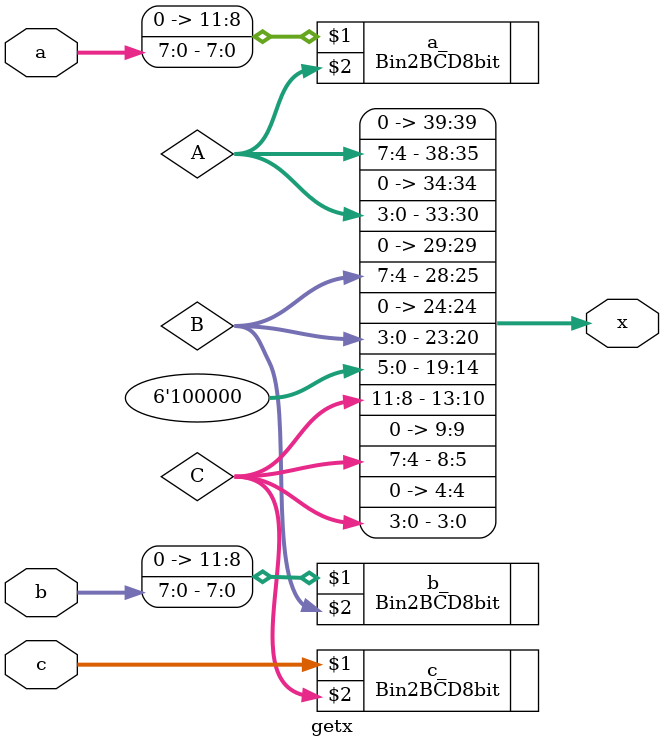
<source format=sv>
`timescale 1ns / 1ps


module getx(
    input logic [7:0]a,b,
    input logic [11:0]c,
    output logic [39:0]x
    );
    logic [11:0] A,B,C;
    Bin2BCD8bit a_({4'b0000,a},A);
    Bin2BCD8bit b_({4'b0000,b},B);
    Bin2BCD8bit c_(c,C);
    assign x=  {1'b0,A[7:4],1'b0,A[3:0],
                1'B0,B[7:4],1'b0,B[3:0],
                5'b10000,1'b0,C[11:8],
                1'b0,C[7:4],1'b0,C[3:0]
                };
    
    
endmodule

</source>
